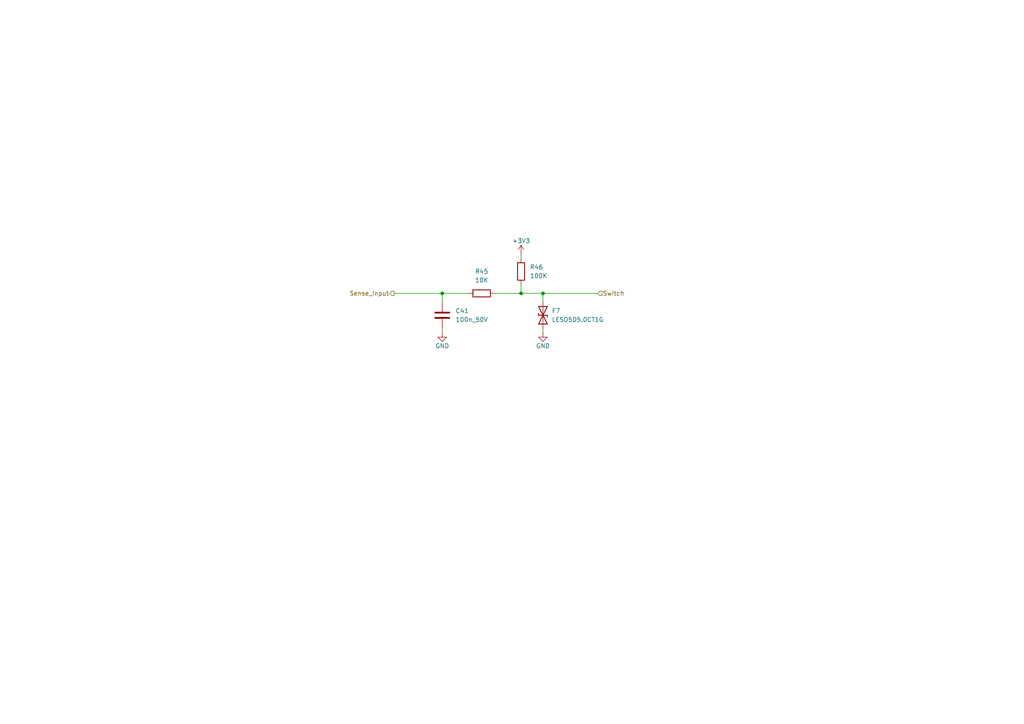
<source format=kicad_sch>
(kicad_sch (version 20231120) (generator "eeschema") (generator_version "8.0")
  (paper "A4")
  (lib_symbols
    (symbol "_C_0402:100n_50V" (pin_numbers hide) (pin_names (offset 0.254))
      (property "Reference" "C" (at 0.635 2.54 0))
      (property "Value" "100n_50V" (at 0.635 -2.54 0))
      (symbol "100n_50V_0_1"
        (polyline (pts (xy -2.032 -0.762) (xy 2.032 -0.762)) (stroke (width 0.508)))
        (polyline (pts (xy -2.032 0.762) (xy 2.032 0.762)) (stroke (width 0.508)))
      )
      (symbol "100n_50V_1_1"
        (pin passive line (at 0 3.81 270) (length 2.794) (name "~") (number "1"))
        (pin passive line (at 0 -3.81 90) (length 2.794) (name "~") (number "2"))
      )
    )
    (symbol "_Diode_TVS:LESD5D5.0CT1G" (pin_numbers hide) (pin_names (offset 1.016) hide)
      (property "Reference" "F" (at 0 2.54 0))
      (property "Value" "LESD5D5.0CT1G" (at 0 -2.54 0))
      (symbol "LESD5D5.0CT1G_0_1"
        (polyline (pts (xy 1.27 0) (xy -1.27 0)))
        (polyline (pts (xy 0.508 1.27) (xy 0 1.27) (xy 0 -1.27) (xy -0.508 -1.27)) (stroke (width 0.254)))
        (polyline (pts (xy -2.54 1.27) (xy -2.54 -1.27) (xy 2.54 1.27) (xy 2.54 -1.27) (xy -2.54 1.27)) (stroke (width 0.254)))
      )
      (symbol "LESD5D5.0CT1G_1_1"
        (pin passive line (at -3.81 0 0) (length 2.54) (name "A1") (number "1"))
        (pin passive line (at 3.81 0 180) (length 2.54) (name "A2") (number "2"))
      )
    )
    (symbol "_R_0402:100K" (pin_numbers hide) (pin_names (offset 0))
      (property "Reference" "R" (at 2.032 0 90))
      (property "Value" "100K" (at 0 0 90))
      (symbol "100K_0_1"
        (rectangle (start -1.016 -2.54) (end 1.016 2.54) (stroke (width 0.254)))
      )
      (symbol "100K_1_1"
        (pin passive line (at 0 3.81 270) (length 1.27) (name "~") (number "1"))
        (pin passive line (at 0 -3.81 90) (length 1.27) (name "~") (number "2"))
      )
    )
    (symbol "_R_0402:10K" (pin_numbers hide) (pin_names (offset 0))
      (property "Reference" "R" (at 2.032 0 90))
      (property "Value" "10K" (at 0 0 90))
      (symbol "10K_0_1"
        (rectangle (start -1.016 -2.54) (end 1.016 2.54) (stroke (width 0.254)))
      )
      (symbol "10K_1_1"
        (pin passive line (at 0 3.81 270) (length 1.27) (name "~") (number "1"))
        (pin passive line (at 0 -3.81 90) (length 1.27) (name "~") (number "2"))
      )
    )
    (symbol "power:+3.3V" (power) (pin_names (offset 0))
      (property "Value" "+3.3V" (at 0 3.556 0))
      (symbol "+3.3V_0_1"
        (polyline (pts (xy -0.762 1.27) (xy 0 2.54)))
        (polyline (pts (xy 0 0) (xy 0 2.54)))
        (polyline (pts (xy 0 2.54) (xy 0.762 1.27)))
      )
      (symbol "+3.3V_1_1"
        (pin power_in line (at 0 0 90) (length 0) hide (name "+3V3") (number "1"))
      )
    )
    (symbol "power:GND" (power) (pin_names (offset 0))
      (property "Value" "GND" (at 0 -3.81 0))
      (symbol "GND_0_1"
        (polyline (pts (xy 0 0) (xy 0 -1.27) (xy 1.27 -1.27) (xy 0 -2.54) (xy -1.27 -1.27) (xy 0 -1.27)))
      )
      (symbol "GND_1_1"
        (pin power_in line (at 0 0 270) (length 0) hide (name "GND") (number "1"))
      )
    )
  )
  (junction (at 128.27 85.09))
  (junction (at 151.13 85.09))
  (junction (at 157.48 85.09))
  (wire (pts (xy 151.13 85.09) (xy 157.48 85.09)))
  (wire (pts (xy 128.27 85.09) (xy 135.89 85.09)))
  (wire (pts (xy 157.48 85.09) (xy 173.355 85.09)))
  (wire (pts (xy 151.13 73.66) (xy 151.13 74.93)))
  (wire (pts (xy 128.27 85.09) (xy 128.27 87.63)))
  (wire (pts (xy 143.51 85.09) (xy 151.13 85.09)))
  (wire (pts (xy 157.48 96.52) (xy 157.48 95.25)))
  (wire (pts (xy 114.3 85.09) (xy 128.27 85.09)))
  (wire (pts (xy 151.13 82.55) (xy 151.13 85.09)))
  (wire (pts (xy 128.27 95.25) (xy 128.27 96.52)))
  (wire (pts (xy 157.48 87.63) (xy 157.48 85.09)))
  (hierarchical_label "Switch" (shape input) (at 173.355 85.09 0))
  (hierarchical_label "Sense_Input" (shape output) (at 114.3 85.09 180))
  (symbol (lib_id "_R_0402:100K") (at 151.13 78.74 0) (unit 1)
    (property "Reference" "R46" (at 153.67 77.4699 0) (effects (justify left)))
    (property "Value" "100K" (at 153.67 80.0099 0) (effects (justify left)))
    (property "Footprint" "Resistor_SMD:R_0402_1005Metric" (effects (hide yes)))
    (property "Description" "Resistor 100K 1% 62.5mW 50V 0402" (effects (hide yes)))
    (property "MF" "UNI-ROYAL" (effects (hide yes)))
    (property "MPN" "0402WGF1003TCE" (effects (hide yes)))
    (property "OC_LCSC" "C25741" (effects (hide yes)))
    (instances (project "Drawer_Controller_v4.1" (path "" (reference "R46") (unit 1)) (path "" (reference "R17") (unit 1))))
  )
  (symbol (lib_id "_Diode_TVS:LESD5D5.0CT1G") (at 157.48 91.44 90) (unit 1)
    (property "Reference" "F7" (at 160.02 90.1699 90) (effects (justify right)))
    (property "Value" "LESD5D5.0CT1G" (at 160.02 92.7099 90) (effects (justify right)))
    (property "Footprint" "Diode_SMD:D_SOD-523" (effects (hide yes)))
    (property "Datasheet" "https://datasheet.lcsc.com/lcsc/1912111437_LRC-LESD5D5-0CT1G_C383211.pdf" (effects (hide yes)))
    (property "Description" "5V 150W TVS Diode Bi-Directional" (effects (hide yes)))
    (property "MF" "LRC" (effects (hide yes)))
    (property "MPN" "LESD5D5.0CT1G" (effects (hide yes)))
    (property "OC_LCSC" "C383211" (effects (hide yes)))
    (instances (project "Drawer_Controller_v4.1" (path "" (reference "F7") (unit 1)) (path "" (reference "F3") (unit 1))))
  )
  (symbol (lib_id "_C_0402:100n_50V") (at 128.27 91.44 0) (unit 1)
    (property "Reference" "C41" (at 132.08 90.1699 0) (effects (justify left)))
    (property "Value" "100n_50V" (at 132.08 92.7099 0) (effects (justify left)))
    (property "Footprint" "Capacitor_SMD:C_0402_1005Metric" (effects (hide yes)))
    (property "Datasheet" "https://product.samsungsem.com/mlcc/CL05B104KB54PN.do" (effects (hide yes)))
    (property "Description" "Capacitor 100nF 50V X7R 10% 0402" (effects (hide yes)))
    (property "MF" "Samsung Electro-Mechanics" (effects (hide yes)))
    (property "MPN" "CL05B104KB54PNC" (effects (hide yes)))
    (property "OC_LCSC" "C307331" (effects (hide yes)))
    (instances (project "Drawer_Controller_v4.1" (path "" (reference "C41") (unit 1)) (path "" (reference "C17") (unit 1))))
  )
  (symbol (lib_id "power:GND") (at 128.27 96.52 0) (unit 1)
    (property "Reference" "#PWR0143" (effects (hide yes)))
    (property "Value" "GND" (at 128.27 100.33 0))
    (instances (project "Drawer_Controller_v4.1" (path "" (reference "#PWR0143") (unit 1)) (path "" (reference "#PWR065") (unit 1))))
  )
  (symbol (lib_id "_R_0402:10K") (at 139.7 85.09 90) (unit 1)
    (property "Reference" "R45" (at 139.7 78.74 90))
    (property "Value" "10K" (at 139.7 81.28 90))
    (property "Footprint" "Resistor_SMD:R_0402_1005Metric" (effects (hide yes)))
    (property "Description" "Resistor 10K 1% 62.5mW 50V 0402" (effects (hide yes)))
    (property "MF" "UNI-ROYAL" (effects (hide yes)))
    (property "MPN" "0402WGF1002TCE" (effects (hide yes)))
    (property "OC_LCSC" "C25744" (effects (hide yes)))
    (instances (project "Drawer_Controller_v4.1" (path "" (reference "R45") (unit 1)) (path "" (reference "R16") (unit 1))))
  )
  (symbol (lib_id "power:GND") (at 157.48 96.52 0) (unit 1)
    (property "Reference" "#PWR0145" (effects (hide yes)))
    (property "Value" "GND" (at 157.48 100.33 0))
    (instances (project "Drawer_Controller_v4.1" (path "" (reference "#PWR0145") (unit 1)) (path "" (reference "#PWR067") (unit 1))))
  )
  (symbol (lib_id "power:+3.3V") (at 151.13 73.66 0) (unit 1)
    (property "Reference" "#PWR0144" (effects (hide yes)))
    (property "Value" "+3V3" (at 151.13 69.85 0))
    (instances (project "Drawer_Controller_v4.1" (path "" (reference "#PWR0144") (unit 1)) (path "" (reference "#PWR066") (unit 1))))
  )
)
</source>
